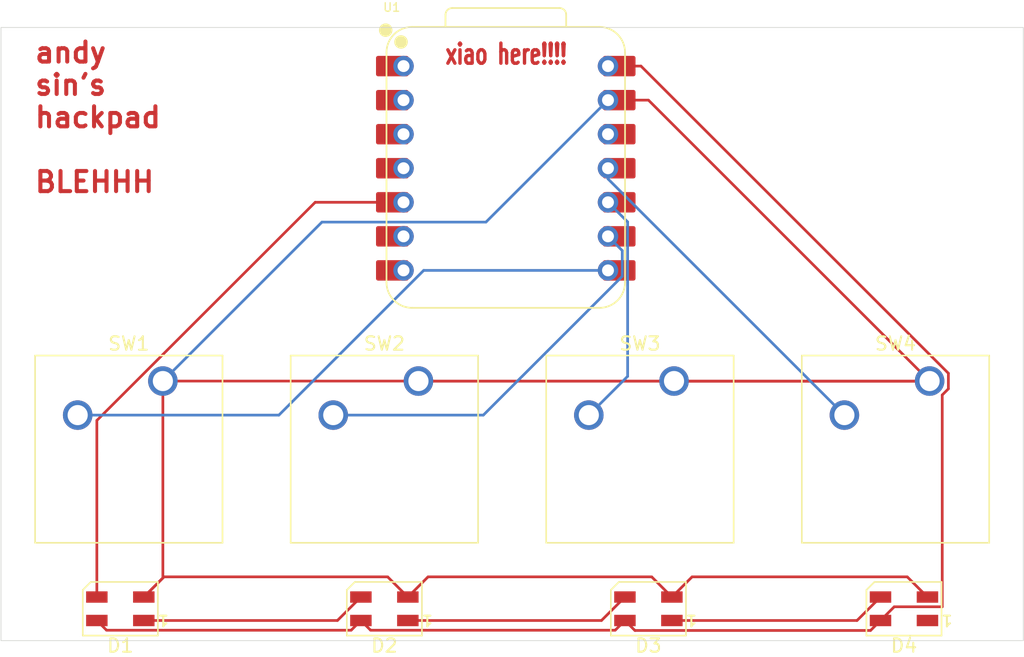
<source format=kicad_pcb>
(kicad_pcb (version 20241229) (generator "pcbnew") (generator_version "9.0")
  (layers (0 "F.Cu" signal) (2 "B.Cu" signal) (13 "F.Paste" user) (15 "B.Paste" user) (5 "F.SilkS" user "F.Silkscreen") (7 "B.SilkS" user "B.Silkscreen") (1 "F.Mask" user) (3 "B.Mask" user) (25 "Edge.Cuts" user))
  (net 0 "")
  (net 1 "GND")
  (net 2 "Net-(D1-DOUT)")
  (net 3 "+5V")
  (net 4 "Net-(D1-DIN)")
  (net 5 "Net-(U1-GPIO1{slash}RX)")
  (net 6 "Net-(U1-GPIO2{slash}SCK)")
  (net 7 "Net-(U1-GPIO4{slash}MISO)")
  (net 8 "Net-(U1-GPIO3{slash}MOSI)")
  (net 16 "Net-(D2-DOUT)")
  (net 17 "Net-(D3-DOUT)")
  (footprint "LED_SMD:LED_SK6812MINI_PLCC4_3.5x3.5mm_P1.75mm" (layer "F.Cu") (at 124.45625 114.3 180)
    (property "Reference" "D3" (at 0 -2.75 0) (layer "F.SilkS"))
    (property "Value" "SK6812MINI")
    (fp_line (start 2.8 1.4) (end 2.8 -2) (stroke (width 0.12)) (layer "F.SilkS"))
    (fp_line (start 2.8 1.4) (end 2.2 2) (stroke (width 0.12)) (layer "F.SilkS"))
    (fp_line (start -2.8 2) (end 2.2 2) (stroke (width 0.12)) (layer "F.SilkS"))
    (fp_line (start -2.8 -2) (end 2.8 -2) (stroke (width 0.12)) (layer "F.SilkS"))
    (fp_line (start -2.8 -2) (end -2.8 2) (stroke (width 0.12)) (layer "F.SilkS"))
    (fp_text user "1" (at -3.2 -0.875 180) (layer "F.SilkS") (effects (font (size 0.8 0.8))))
    (pad "1" smd rect (at -1.75 -0.875 180) (size 1.6 0.85) (layers "F.Cu" "F.Mask" "F.Paste") (net 17 "Net-(D3-DOUT)"))
    (pad "2" smd rect (at -1.75 0.875 180) (size 1.6 0.85) (layers "F.Cu" "F.Mask" "F.Paste") (net 1 "GND"))
    (pad "3" smd rect (at 1.75 0.875 180) (size 1.6 0.85) (layers "F.Cu" "F.Mask" "F.Paste") (net 16 "Net-(D2-DOUT)"))
    (pad "4" smd rect (at 1.75 -0.875 180) (size 1.6 0.85) (layers "F.Cu" "F.Mask" "F.Paste") (net 3 "+5V"))
  )
  (footprint "Button_Switch_Keyboard:SW_Cherry_MX_1.00u_PCB" (layer "F.Cu") (at 107.315 97.31375)
    (property "Reference" "SW2" (at -2.54 -2.794 0) (layer "F.SilkS"))
    (property "Value" "SW_Push")
    (fp_line (start -9.525 -1.905) (end 4.445 -1.905) (stroke (width 0.12)) (layer "F.SilkS"))
    (fp_line (start -9.525 12.065) (end -9.525 -1.905) (stroke (width 0.12)) (layer "F.SilkS"))
    (fp_line (start 4.445 -1.905) (end 4.445 12.065) (stroke (width 0.12)) (layer "F.SilkS"))
    (fp_line (start 4.445 12.065) (end -9.525 12.065) (stroke (width 0.12)) (layer "F.SilkS"))
    (pad "" np_thru_hole circle (at -7.62 5.08) (size 1.7 1.7) (drill 1.7) (layers "*.Cu" "*.Mask"))
    (pad "" np_thru_hole circle (at -2.54 5.08) (size 4 4) (drill 4) (layers "*.Cu" "*.Mask"))
    (pad "" np_thru_hole circle (at 2.54 5.08) (size 1.7 1.7) (drill 1.7) (layers "*.Cu" "*.Mask"))
    (pad "1" thru_hole circle (at 0 0) (size 2.2 2.2) (drill 1.5) (layers "*.Cu" "*.Mask") (net 1 "GND"))
    (pad "2" thru_hole circle (at -6.35 2.54) (size 2.2 2.2) (drill 1.5) (layers "*.Cu" "*.Mask") (net 6 "Net-(U1-GPIO2{slash}SCK)"))
  )
  (footprint "Button_Switch_Keyboard:SW_Cherry_MX_1.00u_PCB" (layer "F.Cu") (at 88.265 97.31375)
    (property "Reference" "SW1" (at -2.54 -2.794 0) (layer "F.SilkS"))
    (property "Value" "SW_Push")
    (fp_line (start -9.525 -1.905) (end 4.445 -1.905) (stroke (width 0.12)) (layer "F.SilkS"))
    (fp_line (start -9.525 12.065) (end -9.525 -1.905) (stroke (width 0.12)) (layer "F.SilkS"))
    (fp_line (start 4.445 -1.905) (end 4.445 12.065) (stroke (width 0.12)) (layer "F.SilkS"))
    (fp_line (start 4.445 12.065) (end -9.525 12.065) (stroke (width 0.12)) (layer "F.SilkS"))
    (pad "" np_thru_hole circle (at -7.62 5.08) (size 1.7 1.7) (drill 1.7) (layers "*.Cu" "*.Mask"))
    (pad "" np_thru_hole circle (at -2.54 5.08) (size 4 4) (drill 4) (layers "*.Cu" "*.Mask"))
    (pad "" np_thru_hole circle (at 2.54 5.08) (size 1.7 1.7) (drill 1.7) (layers "*.Cu" "*.Mask"))
    (pad "1" thru_hole circle (at 0 0) (size 2.2 2.2) (drill 1.5) (layers "*.Cu" "*.Mask") (net 1 "GND"))
    (pad "2" thru_hole circle (at -6.35 2.54) (size 2.2 2.2) (drill 1.5) (layers "*.Cu" "*.Mask") (net 5 "Net-(U1-GPIO1{slash}RX)"))
  )
  (footprint "LED_SMD:LED_SK6812MINI_PLCC4_3.5x3.5mm_P1.75mm" (layer "F.Cu") (at 85.09375 114.3 180)
    (property "Reference" "D1" (at 0 -2.75 0) (layer "F.SilkS"))
    (property "Value" "SK6812MINI")
    (fp_line (start 2.8 1.4) (end 2.8 -2) (stroke (width 0.12)) (layer "F.SilkS"))
    (fp_line (start 2.8 1.4) (end 2.2 2) (stroke (width 0.12)) (layer "F.SilkS"))
    (fp_line (start -2.8 2) (end 2.2 2) (stroke (width 0.12)) (layer "F.SilkS"))
    (fp_line (start -2.8 -2) (end 2.8 -2) (stroke (width 0.12)) (layer "F.SilkS"))
    (fp_line (start -2.8 -2) (end -2.8 2) (stroke (width 0.12)) (layer "F.SilkS"))
    (fp_text user "1" (at -3.2 -0.875 180) (layer "F.SilkS") (effects (font (size 0.8 0.8))))
    (pad "1" smd rect (at -1.75 -0.875 180) (size 1.6 0.85) (layers "F.Cu" "F.Mask" "F.Paste") (net 2 "Net-(D1-DOUT)"))
    (pad "2" smd rect (at -1.75 0.875 180) (size 1.6 0.85) (layers "F.Cu" "F.Mask" "F.Paste") (net 1 "GND"))
    (pad "3" smd rect (at 1.75 0.875 180) (size 1.6 0.85) (layers "F.Cu" "F.Mask" "F.Paste") (net 4 "Net-(D1-DIN)"))
    (pad "4" smd rect (at 1.75 -0.875 180) (size 1.6 0.85) (layers "F.Cu" "F.Mask" "F.Paste") (net 3 "+5V"))
  )
  (footprint "Button_Switch_Keyboard:SW_Cherry_MX_1.00u_PCB" (layer "F.Cu") (at 145.415 97.31375)
    (property "Reference" "SW4" (at -2.54 -2.794 0) (layer "F.SilkS"))
    (property "Value" "SW_Push")
    (fp_line (start -9.525 -1.905) (end 4.445 -1.905) (stroke (width 0.12)) (layer "F.SilkS"))
    (fp_line (start -9.525 12.065) (end -9.525 -1.905) (stroke (width 0.12)) (layer "F.SilkS"))
    (fp_line (start 4.445 -1.905) (end 4.445 12.065) (stroke (width 0.12)) (layer "F.SilkS"))
    (fp_line (start 4.445 12.065) (end -9.525 12.065) (stroke (width 0.12)) (layer "F.SilkS"))
    (pad "" np_thru_hole circle (at -7.62 5.08) (size 1.7 1.7) (drill 1.7) (layers "*.Cu" "*.Mask"))
    (pad "" np_thru_hole circle (at -2.54 5.08) (size 4 4) (drill 4) (layers "*.Cu" "*.Mask"))
    (pad "" np_thru_hole circle (at 2.54 5.08) (size 1.7 1.7) (drill 1.7) (layers "*.Cu" "*.Mask"))
    (pad "1" thru_hole circle (at 0 0) (size 2.2 2.2) (drill 1.5) (layers "*.Cu" "*.Mask") (net 1 "GND"))
    (pad "2" thru_hole circle (at -6.35 2.54) (size 2.2 2.2) (drill 1.5) (layers "*.Cu" "*.Mask") (net 8 "Net-(U1-GPIO3{slash}MOSI)"))
  )
  (footprint "LED_SMD:LED_SK6812MINI_PLCC4_3.5x3.5mm_P1.75mm" (layer "F.Cu") (at 104.775 114.3 180)
    (property "Reference" "D2" (at 0 -2.75 0) (layer "F.SilkS"))
    (property "Value" "SK6812MINI")
    (fp_line (start 2.8 1.4) (end 2.8 -2) (stroke (width 0.12)) (layer "F.SilkS"))
    (fp_line (start 2.8 1.4) (end 2.2 2) (stroke (width 0.12)) (layer "F.SilkS"))
    (fp_line (start -2.8 2) (end 2.2 2) (stroke (width 0.12)) (layer "F.SilkS"))
    (fp_line (start -2.8 -2) (end 2.8 -2) (stroke (width 0.12)) (layer "F.SilkS"))
    (fp_line (start -2.8 -2) (end -2.8 2) (stroke (width 0.12)) (layer "F.SilkS"))
    (fp_text user "1" (at -3.2 -0.875 180) (layer "F.SilkS") (effects (font (size 0.8 0.8))))
    (pad "1" smd rect (at -1.75 -0.875 180) (size 1.6 0.85) (layers "F.Cu" "F.Mask" "F.Paste") (net 16 "Net-(D2-DOUT)"))
    (pad "2" smd rect (at -1.75 0.875 180) (size 1.6 0.85) (layers "F.Cu" "F.Mask" "F.Paste") (net 1 "GND"))
    (pad "3" smd rect (at 1.75 0.875 180) (size 1.6 0.85) (layers "F.Cu" "F.Mask" "F.Paste") (net 2 "Net-(D1-DOUT)"))
    (pad "4" smd rect (at 1.75 -0.875 180) (size 1.6 0.85) (layers "F.Cu" "F.Mask" "F.Paste") (net 3 "+5V"))
  )
  (footprint "Button_Switch_Keyboard:SW_Cherry_MX_1.00u_PCB" (layer "F.Cu") (at 126.365 97.31375)
    (property "Reference" "SW3" (at -2.54 -2.794 0) (layer "F.SilkS"))
    (property "Value" "SW_Push")
    (fp_line (start -9.525 -1.905) (end 4.445 -1.905) (stroke (width 0.12)) (layer "F.SilkS"))
    (fp_line (start -9.525 12.065) (end -9.525 -1.905) (stroke (width 0.12)) (layer "F.SilkS"))
    (fp_line (start 4.445 -1.905) (end 4.445 12.065) (stroke (width 0.12)) (layer "F.SilkS"))
    (fp_line (start 4.445 12.065) (end -9.525 12.065) (stroke (width 0.12)) (layer "F.SilkS"))
    (pad "" np_thru_hole circle (at -7.62 5.08) (size 1.7 1.7) (drill 1.7) (layers "*.Cu" "*.Mask"))
    (pad "" np_thru_hole circle (at -2.54 5.08) (size 4 4) (drill 4) (layers "*.Cu" "*.Mask"))
    (pad "" np_thru_hole circle (at 2.54 5.08) (size 1.7 1.7) (drill 1.7) (layers "*.Cu" "*.Mask"))
    (pad "1" thru_hole circle (at 0 0) (size 2.2 2.2) (drill 1.5) (layers "*.Cu" "*.Mask") (net 1 "GND"))
    (pad "2" thru_hole circle (at -6.35 2.54) (size 2.2 2.2) (drill 1.5) (layers "*.Cu" "*.Mask") (net 7 "Net-(U1-GPIO4{slash}MISO)"))
  )
  (footprint "OPL:XIAO-RP2040-DIP" (layer "F.Cu") (at 113.82375 81.43875)
    (property "Reference" "U1" (at -8.5 -12 0) (layer "F.SilkS") (effects (font (size 0.635 0.635) (thickness 0.1016))))
    (property "Value" "XIAO-RP2040-DIP")
    (fp_line (start -8.89 8.509) (end -8.89 -8.636) (stroke (width 0.127)) (layer "F.SilkS"))
    (fp_line (start -6.985 10.414) (end 6.985 10.414) (stroke (width 0.127)) (layer "F.SilkS"))
    (fp_line (start -4.495 -10.541) (end -4.491272 -11.451272) (stroke (width 0.127)) (layer "F.SilkS"))
    (fp_line (start -3.991272 -11.951) (end 4.004 -11.951) (stroke (width 0.127)) (layer "F.SilkS"))
    (fp_line (start 4.504 -11.451) (end 4.504 -10.541) (stroke (width 0.127)) (layer "F.SilkS"))
    (fp_line (start 6.985 -10.541) (end -6.985 -10.541) (stroke (width 0.1)) (layer "F.SilkS"))
    (fp_line (start 6.985 -10.541) (end -6.985 -10.541) (stroke (width 0.127)) (layer "F.SilkS"))
    (fp_line (start 8.89 8.509) (end 8.89 -8.636) (stroke (width 0.127)) (layer "F.SilkS"))
    (fp_arc (start -8.89 -8.636) (mid -8.332038 -9.983038) (end -6.985 -10.541) (stroke (width 0.127)) (layer "F.SilkS"))
    (fp_arc (start -6.985 10.414) (mid -8.332038 9.856038) (end -8.89 8.509) (stroke (width 0.127)) (layer "F.SilkS"))
    (fp_arc (start -4.491272 -11.451272) (mid -4.344728 -11.80464) (end -3.991272 -11.951) (stroke (width 0.127)) (layer "F.SilkS"))
    (fp_arc (start 4.004 -11.951) (mid 4.357553 -11.804553) (end 4.504 -11.451) (stroke (width 0.127)) (layer "F.SilkS"))
    (fp_arc (start 6.985 -10.541) (mid 8.332038 -9.983038) (end 8.89 -8.636) (stroke (width 0.127)) (layer "F.SilkS"))
    (fp_arc (start 8.89 8.509) (mid 8.332038 9.856038) (end 6.985 10.414) (stroke (width 0.127)) (layer "F.SilkS"))
    (fp_circle (center -8.95 -10.3) (end -8.95 -10.554) (stroke (width 0.5)) (fill yes) (layer "F.SilkS"))
    (fp_circle (center -7.807 -9.42) (end -7.807 -9.674) (stroke (width 0.5)) (fill yes) (layer "F.SilkS"))
    (pad "1" smd roundrect (at -8.455 -7.62 180) (size 2.432 1.524) (layers "F.Cu" "F.Mask") (roundrect_rratio 0.1))
    (pad "1" thru_hole circle (at -7.62 -7.62 180) (size 1.524 1.524) (drill 0.889) (layers "*.Cu" "*.Mask"))
    (pad "2" smd roundrect (at -8.455 -5.08 180) (size 2.432 1.524) (layers "F.Cu" "F.Mask") (roundrect_rratio 0.1))
    (pad "2" thru_hole circle (at -7.62 -5.08 180) (size 1.524 1.524) (drill 0.889) (layers "*.Cu" "*.Mask"))
    (pad "3" smd roundrect (at -8.455 -2.54 180) (size 2.432 1.524) (layers "F.Cu" "F.Mask") (roundrect_rratio 0.1))
    (pad "3" thru_hole circle (at -7.62 -2.54 180) (size 1.524 1.524) (drill 0.889) (layers "*.Cu" "*.Mask"))
    (pad "4" smd roundrect (at -8.455 0 180) (size 2.432 1.524) (layers "F.Cu" "F.Mask") (roundrect_rratio 0.1))
    (pad "4" thru_hole circle (at -7.62 0 180) (size 1.524 1.524) (drill 0.889) (layers "*.Cu" "*.Mask"))
    (pad "5" smd roundrect (at -8.455 2.54 180) (size 2.432 1.524) (layers "F.Cu" "F.Mask") (roundrect_rratio 0.1) (net 4 "Net-(D1-DIN)"))
    (pad "5" thru_hole circle (at -7.62 2.54 180) (size 1.524 1.524) (drill 0.889) (layers "*.Cu" "*.Mask") (net 4 "Net-(D1-DIN)"))
    (pad "6" smd roundrect (at -8.455 5.08 180) (size 2.432 1.524) (layers "F.Cu" "F.Mask") (roundrect_rratio 0.1))
    (pad "6" thru_hole circle (at -7.62 5.08 180) (size 1.524 1.524) (drill 0.889) (layers "*.Cu" "*.Mask"))
    (pad "7" smd roundrect (at -8.455 7.62 180) (size 2.432 1.524) (layers "F.Cu" "F.Mask") (roundrect_rratio 0.1))
    (pad "7" thru_hole circle (at -7.62 7.62 180) (size 1.524 1.524) (drill 0.889) (layers "*.Cu" "*.Mask"))
    (pad "8" thru_hole circle (at 7.62 7.62) (size 1.524 1.524) (drill 0.889) (layers "*.Cu" "*.Mask") (net 5 "Net-(U1-GPIO1{slash}RX)"))
    (pad "8" smd roundrect (at 8.455 7.62) (size 2.432 1.524) (layers "F.Cu" "F.Mask") (roundrect_rratio 0.1) (net 5 "Net-(U1-GPIO1{slash}RX)"))
    (pad "9" thru_hole circle (at 7.62 5.08) (size 1.524 1.524) (drill 0.889) (layers "*.Cu" "*.Mask") (net 6 "Net-(U1-GPIO2{slash}SCK)"))
    (pad "9" smd roundrect (at 8.455 5.08) (size 2.432 1.524) (layers "F.Cu" "F.Mask") (roundrect_rratio 0.1) (net 6 "Net-(U1-GPIO2{slash}SCK)"))
    (pad "10" thru_hole circle (at 7.62 2.54) (size 1.524 1.524) (drill 0.889) (layers "*.Cu" "*.Mask") (net 7 "Net-(U1-GPIO4{slash}MISO)"))
    (pad "10" smd roundrect (at 8.455 2.54) (size 2.432 1.524) (layers "F.Cu" "F.Mask") (roundrect_rratio 0.1) (net 7 "Net-(U1-GPIO4{slash}MISO)"))
    (pad "11" thru_hole circle (at 7.62 0) (size 1.524 1.524) (drill 0.889) (layers "*.Cu" "*.Mask") (net 8 "Net-(U1-GPIO3{slash}MOSI)"))
    (pad "11" smd roundrect (at 8.455 0) (size 2.432 1.524) (layers "F.Cu" "F.Mask") (roundrect_rratio 0.1) (net 8 "Net-(U1-GPIO3{slash}MOSI)"))
    (pad "12" thru_hole circle (at 7.62 -2.54) (size 1.524 1.524) (drill 0.889) (layers "*.Cu" "*.Mask"))
    (pad "12" smd roundrect (at 8.455 -2.54) (size 2.432 1.524) (layers "F.Cu" "F.Mask") (roundrect_rratio 0.1))
    (pad "13" thru_hole circle (at 7.62 -5.08) (size 1.524 1.524) (drill 0.889) (layers "*.Cu" "*.Mask") (net 1 "GND"))
    (pad "13" smd roundrect (at 8.455 -5.08) (size 2.432 1.524) (layers "F.Cu" "F.Mask") (roundrect_rratio 0.1) (net 1 "GND"))
    (pad "14" thru_hole circle (at 7.62 -7.62) (size 1.524 1.524) (drill 0.889) (layers "*.Cu" "*.Mask") (net 3 "+5V"))
    (pad "14" smd roundrect (at 8.455 -7.62) (size 2.432 1.524) (layers "F.Cu" "F.Mask") (roundrect_rratio 0.1) (net 3 "+5V"))
  )
  (footprint "LED_SMD:LED_SK6812MINI_PLCC4_3.5x3.5mm_P1.75mm" (layer "F.Cu") (at 143.50625 114.3 180)
    (property "Reference" "D4" (at 0 -2.75 0) (layer "F.SilkS"))
    (property "Value" "SK6812MINI")
    (fp_line (start 2.8 1.4) (end 2.8 -2) (stroke (width 0.12)) (layer "F.SilkS"))
    (fp_line (start 2.8 1.4) (end 2.2 2) (stroke (width 0.12)) (layer "F.SilkS"))
    (fp_line (start -2.8 2) (end 2.2 2) (stroke (width 0.12)) (layer "F.SilkS"))
    (fp_line (start -2.8 -2) (end 2.8 -2) (stroke (width 0.12)) (layer "F.SilkS"))
    (fp_line (start -2.8 -2) (end -2.8 2) (stroke (width 0.12)) (layer "F.SilkS"))
    (fp_text user "1" (at -3.2 -0.875 180) (layer "F.SilkS") (effects (font (size 0.8 0.8))))
    (pad "1" smd rect (at -1.75 -0.875 180) (size 1.6 0.85) (layers "F.Cu" "F.Mask" "F.Paste"))
    (pad "2" smd rect (at -1.75 0.875 180) (size 1.6 0.85) (layers "F.Cu" "F.Mask" "F.Paste") (net 1 "GND"))
    (pad "3" smd rect (at 1.75 0.875 180) (size 1.6 0.85) (layers "F.Cu" "F.Mask" "F.Paste") (net 17 "Net-(D3-DOUT)"))
    (pad "4" smd rect (at 1.75 -0.875 180) (size 1.6 0.85) (layers "F.Cu" "F.Mask" "F.Paste") (net 3 "+5V"))
  )
  (gr_rect (start 76.2 70.9375) (end 152.4 116.68125) (stroke (width 0.05)) (fill no) (layer "Edge.Cuts"))
  (gr_text "andy \nsin's \nhackpad\n\nBLEHHH" (at 78.58125 83.34375 0) (layer "F.Cu") (effects (font (size 1.5 1.5) (thickness 0.3) (bold yes)) (justify left bottom)))
  (gr_text "xiao here!!!!" (at 109.2 73.8 0) (layer "F.Cu") (effects (font (size 1.5 1) (thickness 0.25) (bold yes)) (justify left bottom)))
  (segment (start 124.7 111.91875) (end 126.20625 113.425) (width 0.2) (layer "F.Cu") (net 1))
  (segment (start 86.84375 113.425) (end 88.265 112.00375) (width 0.2) (layer "F.Cu") (net 1))
  (segment (start 124.46 76.35875) (end 145.415 97.31375) (width 0.2) (layer "F.Cu") (net 1))
  (segment (start 121.44375 76.35875) (end 124.46 76.35875) (width 0.2) (layer "F.Cu") (net 1))
  (segment (start 86.84375 113.425) (end 88.35 111.91875) (width 0.2) (layer "F.Cu") (net 1))
  (segment (start 126.20625 113.425) (end 127.7125 111.91875) (width 0.2) (layer "F.Cu") (net 1))
  (segment (start 106.525 113.425) (end 108.03125 111.91875) (width 0.2) (layer "F.Cu") (net 1))
  (segment (start 145.415 97.31375) (end 126.365 97.31375) (width 0.2) (layer "F.Cu") (net 1))
  (segment (start 145.415 97.31375) (end 88.265 97.31375) (width 0.2) (layer "F.Cu") (net 1))
  (segment (start 105.01875 111.91875) (end 106.525 113.425) (width 0.2) (layer "F.Cu") (net 1))
  (segment (start 127.7125 111.91875) (end 143.75 111.91875) (width 0.2) (layer "F.Cu") (net 1))
  (segment (start 88.35 111.91875) (end 105.01875 111.91875) (width 0.2) (layer "F.Cu") (net 1))
  (segment (start 143.75 111.91875) (end 145.25625 113.425) (width 0.2) (layer "F.Cu") (net 1))
  (segment (start 108.03125 111.91875) (end 124.7 111.91875) (width 0.2) (layer "F.Cu") (net 1))
  (segment (start 145.415 97.31375) (end 107.315 97.31375) (width 0.2) (layer "F.Cu") (net 1))
  (segment (start 88.265 112.00375) (end 88.265 97.31375) (width 0.2) (layer "F.Cu") (net 1))
  (segment (start 88.265 97.31375) (end 100.123 85.45575) (width 0.2) (layer "B.Cu") (net 1))
  (segment (start 100.123 85.45575) (end 112.34675 85.45575) (width 0.2) (layer "B.Cu") (net 1))
  (segment (start 112.34675 85.45575) (end 121.44375 76.35875) (width 0.2) (layer "B.Cu") (net 1))
  (segment (start 101.275 115.175) (end 103.025 113.425) (width 0.2) (layer "F.Cu") (net 2))
  (segment (start 86.84375 115.175) (end 101.275 115.175) (width 0.2) (layer "F.Cu") (net 2))
  (segment (start 146.816 96.733436) (end 123.901314 73.81875) (width 0.2) (layer "F.Cu") (net 3))
  (segment (start 142.78025 114.151) (end 146.35725 114.151) (width 0.2) (layer "F.Cu") (net 3))
  (segment (start 146.35725 114.151) (end 146.35725 98.352814) (width 0.2) (layer "F.Cu") (net 3))
  (segment (start 123.901314 73.81875) (end 121.44375 73.81875) (width 0.2) (layer "F.Cu") (net 3))
  (segment (start 141.75625 115.175) (end 142.78025 114.151) (width 0.2) (layer "F.Cu") (net 3))
  (segment (start 122.70625 115.175) (end 123.45 115.91875) (width 0.2) (layer "F.Cu") (net 3))
  (segment (start 146.35725 98.352814) (end 146.816 97.894064) (width 0.2) (layer "F.Cu") (net 3))
  (segment (start 123.45 115.91875) (end 141.0125 115.91875) (width 0.2) (layer "F.Cu") (net 3))
  (segment (start 102.299 115.901) (end 103.025 115.175) (width 0.2) (layer "F.Cu") (net 3))
  (segment (start 84.06975 115.901) (end 102.299 115.901) (width 0.2) (layer "F.Cu") (net 3))
  (segment (start 103.751 115.901) (end 121.98025 115.901) (width 0.2) (layer "F.Cu") (net 3))
  (segment (start 146.816 97.894064) (end 146.816 96.733436) (width 0.2) (layer "F.Cu") (net 3))
  (segment (start 83.34375 115.175) (end 84.06975 115.901) (width 0.2) (layer "F.Cu") (net 3))
  (segment (start 103.025 115.175) (end 103.751 115.901) (width 0.2) (layer "F.Cu") (net 3))
  (segment (start 121.98025 115.901) (end 122.70625 115.175) (width 0.2) (layer "F.Cu") (net 3))
  (segment (start 141.0125 115.91875) (end 141.75625 115.175) (width 0.2) (layer "F.Cu") (net 3))
  (segment (start 83.34375 100.253686) (end 99.618686 83.97875) (width 0.2) (layer "F.Cu") (net 4))
  (segment (start 99.618686 83.97875) (end 106.20375 83.97875) (width 0.2) (layer "F.Cu") (net 4))
  (segment (start 83.34375 113.425) (end 83.34375 100.253686) (width 0.2) (layer "F.Cu") (net 4))
  (segment (start 121.44375 89.05875) (end 122.27875 89.05875) (width 0.2) (layer "F.Cu") (net 5))
  (segment (start 81.915 99.85375) (end 96.91206 99.85375) (width 0.2) (layer "B.Cu") (net 5))
  (segment (start 96.91206 99.85375) (end 107.70706 89.05875) (width 0.2) (layer "B.Cu") (net 5))
  (segment (start 107.70706 89.05875) (end 121.44375 89.05875) (width 0.2) (layer "B.Cu") (net 5))
  (segment (start 100.965 99.85375) (end 112.15206 99.85375) (width 0.2) (layer "B.Cu") (net 6))
  (segment (start 112.15206 99.85375) (end 122.50675 89.49906) (width 0.2) (layer "B.Cu") (net 6))
  (segment (start 122.50675 89.49906) (end 122.50675 87.58175) (width 0.2) (layer "B.Cu") (net 6))
  (segment (start 122.50675 87.58175) (end 121.44375 86.51875) (width 0.2) (layer "B.Cu") (net 6))
  (segment (start 122.90775 96.961) (end 122.90775 85.44275) (width 0.2) (layer "B.Cu") (net 7))
  (segment (start 122.90775 85.44275) (end 121.44375 83.97875) (width 0.2) (layer "B.Cu") (net 7))
  (segment (start 120.015 99.85375) (end 122.90775 96.961) (width 0.2) (layer "B.Cu") (net 7))
  (segment (start 121.44375 82.2325) (end 121.44375 81.43875) (width 0.2) (layer "B.Cu") (net 8))
  (segment (start 139.065 99.85375) (end 121.44375 82.2325) (width 0.2) (layer "B.Cu") (net 8))
  (segment (start 106.525 115.175) (end 120.95625 115.175) (width 0.2) (layer "F.Cu") (net 16))
  (segment (start 120.95625 115.175) (end 122.70625 113.425) (width 0.2) (layer "F.Cu") (net 16))
  (segment (start 126.20625 115.175) (end 140.00625 115.175) (width 0.2) (layer "F.Cu") (net 17))
  (segment (start 140.00625 115.175) (end 141.75625 113.425) (width 0.2) (layer "F.Cu") (net 17))
)
</source>
